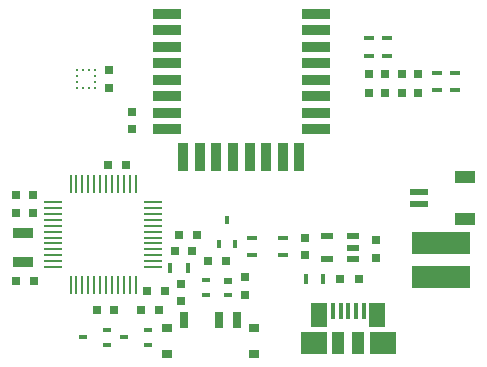
<source format=gtp>
G04 #@! TF.FileFunction,Paste,Top*
%FSLAX45Y45*%
G04 Gerber Fmt 4.5, Leading zero omitted, Abs format (unit mm)*
G04 Created by KiCad (PCBNEW 4.0.7-e2-6376~61~ubuntu18.04.1) date Fri May  3 18:21:01 2019*
%MOMM*%
%LPD*%
G01*
G04 APERTURE LIST*
%ADD10C,0.100000*%
%ADD11R,0.690000X0.440000*%
%ADD12R,0.690000X0.540000*%
%ADD13R,0.690000X0.740000*%
%ADD14R,0.740000X0.690000*%
%ADD15R,0.740000X0.740000*%
%ADD16R,0.390000X1.320000*%
%ADD17R,1.415000X2.040000*%
%ADD18R,1.115000X1.840000*%
%ADD19R,2.315000X1.840000*%
%ADD20R,0.390000X0.640000*%
%ADD21R,0.840000X0.440000*%
%ADD22R,0.440000X0.840000*%
%ADD23R,2.390000X0.940000*%
%ADD24R,0.940000X2.390000*%
%ADD25O,1.540000X0.240000*%
%ADD26O,0.240000X1.540000*%
%ADD27R,0.215000X0.190000*%
%ADD28R,0.190000X0.215000*%
%ADD29R,1.000000X0.590000*%
%ADD30R,1.740000X0.940000*%
%ADD31R,0.640000X1.440000*%
%ADD32R,0.940000X0.740000*%
%ADD33R,1.490000X0.540000*%
%ADD34R,1.740000X1.140000*%
%ADD35R,4.940000X1.940000*%
%ADD36R,0.640000X0.390000*%
G04 APERTURE END LIST*
D10*
D11*
X14887500Y-9455000D03*
X14702500Y-9455000D03*
D12*
X14887500Y-9330000D03*
D11*
X14702500Y-9325000D03*
D13*
X13090000Y-8755000D03*
X13090000Y-8605000D03*
X14075000Y-7900000D03*
X14075000Y-8050000D03*
D14*
X13245000Y-9330000D03*
X13095000Y-9330000D03*
D13*
X13240000Y-8755000D03*
X13240000Y-8605000D03*
D14*
X13925000Y-9580000D03*
X13775000Y-9580000D03*
X14155000Y-9580000D03*
X14305000Y-9580000D03*
X14205000Y-9420000D03*
X14355000Y-9420000D03*
X14435000Y-9080000D03*
X14585000Y-9080000D03*
X13870000Y-8350000D03*
X14020000Y-8350000D03*
D13*
X14490000Y-9355000D03*
X14490000Y-9505000D03*
D14*
X14475000Y-8940000D03*
X14625000Y-8940000D03*
D13*
X13880000Y-7550000D03*
X13880000Y-7700000D03*
X15030000Y-9450000D03*
X15030000Y-9300000D03*
X15540000Y-8965000D03*
X15540000Y-9115000D03*
D14*
X14720000Y-9165000D03*
X14870000Y-9165000D03*
D13*
X16140000Y-8985000D03*
X16140000Y-9135000D03*
D15*
X16080000Y-7740000D03*
X16080000Y-7580000D03*
X16220000Y-7740000D03*
X16220000Y-7580000D03*
X16500000Y-7740000D03*
X16500000Y-7580000D03*
X16360000Y-7740000D03*
X16360000Y-7580000D03*
X15840000Y-9320000D03*
X16000000Y-9320000D03*
D16*
X15776250Y-9589000D03*
X15841250Y-9589000D03*
X15906250Y-9589000D03*
X15971250Y-9589000D03*
X16036250Y-9589000D03*
D17*
X15660000Y-9625000D03*
X16152500Y-9625000D03*
D18*
X15822500Y-9855000D03*
X15990000Y-9855000D03*
D19*
X15615000Y-9855000D03*
X16197500Y-9855000D03*
D20*
X14815000Y-9020000D03*
X14945000Y-9020000D03*
X14880000Y-8820000D03*
D21*
X16080000Y-7425000D03*
X16080000Y-7275000D03*
X16230000Y-7425000D03*
X16230000Y-7275000D03*
X16660000Y-7570000D03*
X16660000Y-7720000D03*
X16810000Y-7570000D03*
X16810000Y-7720000D03*
X15090000Y-9115000D03*
X15090000Y-8965000D03*
D22*
X14395000Y-9220000D03*
X14545000Y-9220000D03*
D21*
X15350000Y-8965000D03*
X15350000Y-9115000D03*
D22*
X15545000Y-9320000D03*
X15695000Y-9320000D03*
D23*
X14370500Y-7070000D03*
X14370500Y-7210000D03*
X14370500Y-7350000D03*
X14370500Y-7490000D03*
X14370500Y-7630000D03*
X14370500Y-7770000D03*
X14370500Y-7910000D03*
X14370500Y-8050000D03*
X15629500Y-7070000D03*
X15629500Y-7210000D03*
X15629500Y-7350000D03*
X15629500Y-7490000D03*
X15629500Y-7630000D03*
X15629500Y-7770000D03*
X15629500Y-7910000D03*
X15629500Y-8050000D03*
D24*
X14510000Y-8279500D03*
X14650000Y-8279500D03*
X14790000Y-8279500D03*
X14930000Y-8279500D03*
X15070000Y-8279500D03*
X15210000Y-8279500D03*
X15350000Y-8279500D03*
X15490000Y-8279500D03*
D25*
X13405000Y-8665000D03*
X13405000Y-8715000D03*
X13405000Y-8765000D03*
X13405000Y-8815000D03*
X13405000Y-8865000D03*
X13405000Y-8915000D03*
X13405000Y-8965000D03*
X13405000Y-9015000D03*
X13405000Y-9065000D03*
X13405000Y-9115000D03*
X13405000Y-9165000D03*
X13405000Y-9215000D03*
D26*
X13555000Y-9365000D03*
X13605000Y-9365000D03*
X13655000Y-9365000D03*
X13705000Y-9365000D03*
X13755000Y-9365000D03*
X13805000Y-9365000D03*
X13855000Y-9365000D03*
X13905000Y-9365000D03*
X13955000Y-9365000D03*
X14005000Y-9365000D03*
X14055000Y-9365000D03*
X14105000Y-9365000D03*
D25*
X14255000Y-9215000D03*
X14255000Y-9165000D03*
X14255000Y-9115000D03*
X14255000Y-9065000D03*
X14255000Y-9015000D03*
X14255000Y-8965000D03*
X14255000Y-8915000D03*
X14255000Y-8865000D03*
X14255000Y-8815000D03*
X14255000Y-8765000D03*
X14255000Y-8715000D03*
X14255000Y-8665000D03*
D26*
X14105000Y-8515000D03*
X14055000Y-8515000D03*
X14005000Y-8515000D03*
X13955000Y-8515000D03*
X13905000Y-8515000D03*
X13855000Y-8515000D03*
X13805000Y-8515000D03*
X13755000Y-8515000D03*
X13705000Y-8515000D03*
X13655000Y-8515000D03*
X13605000Y-8515000D03*
X13555000Y-8515000D03*
D27*
X13610000Y-7550000D03*
X13610000Y-7600000D03*
X13610000Y-7650000D03*
X13610000Y-7700000D03*
D28*
X13661250Y-7701250D03*
X13711250Y-7701250D03*
D27*
X13762500Y-7550000D03*
X13762500Y-7700000D03*
X13762500Y-7600000D03*
X13762500Y-7650000D03*
D28*
X13661250Y-7548750D03*
X13711250Y-7548750D03*
D29*
X15950000Y-9145000D03*
X15950000Y-9050000D03*
X15950000Y-8955000D03*
X15730000Y-8955000D03*
X15730000Y-9145000D03*
D30*
X13150000Y-8925000D03*
X13150000Y-9175000D03*
D31*
X14515000Y-9665000D03*
X14815000Y-9665000D03*
X14965000Y-9665000D03*
D32*
X14375000Y-9730000D03*
X14375000Y-9950000D03*
X15105000Y-9730000D03*
X15105000Y-9950000D03*
D33*
X16506250Y-8680000D03*
X16506250Y-8580000D03*
D34*
X16893750Y-8810000D03*
X16893750Y-8450000D03*
D35*
X16690000Y-9010000D03*
X16690000Y-9300000D03*
D36*
X13860000Y-9875000D03*
X13860000Y-9745000D03*
X13660000Y-9810000D03*
X14210000Y-9875000D03*
X14210000Y-9745000D03*
X14010000Y-9810000D03*
M02*

</source>
